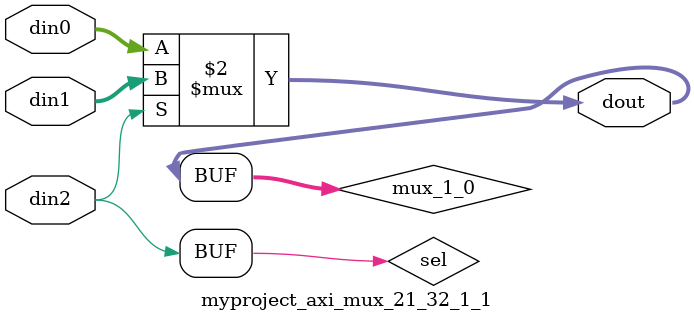
<source format=v>

`timescale 1ns/1ps

module myproject_axi_mux_21_32_1_1 #(
parameter
    ID                = 0,
    NUM_STAGE         = 1,
    din0_WIDTH       = 32,
    din1_WIDTH       = 32,
    din2_WIDTH         = 32,
    dout_WIDTH            = 32
)(
    input  [31 : 0]     din0,
    input  [31 : 0]     din1,
    input  [0 : 0]    din2,
    output [31 : 0]   dout);

// puts internal signals
wire [0 : 0]     sel;
// level 1 signals
wire [31 : 0]         mux_1_0;

assign sel = din2;

// Generate level 1 logic
assign mux_1_0 = (sel[0] == 0)? din0 : din1;

// output logic
assign dout = mux_1_0;

endmodule

</source>
